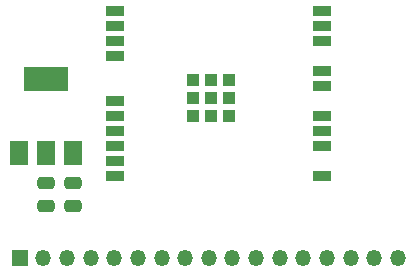
<source format=gbr>
%TF.GenerationSoftware,KiCad,Pcbnew,(6.0.8)*%
%TF.CreationDate,2023-06-07T12:36:53+01:00*%
%TF.ProjectId,BlueRetro_Universal_HW1_3v3,426c7565-5265-4747-926f-5f556e697665,rev?*%
%TF.SameCoordinates,Original*%
%TF.FileFunction,Paste,Top*%
%TF.FilePolarity,Positive*%
%FSLAX46Y46*%
G04 Gerber Fmt 4.6, Leading zero omitted, Abs format (unit mm)*
G04 Created by KiCad (PCBNEW (6.0.8)) date 2023-06-07 12:36:53*
%MOMM*%
%LPD*%
G01*
G04 APERTURE LIST*
G04 Aperture macros list*
%AMRoundRect*
0 Rectangle with rounded corners*
0 $1 Rounding radius*
0 $2 $3 $4 $5 $6 $7 $8 $9 X,Y pos of 4 corners*
0 Add a 4 corners polygon primitive as box body*
4,1,4,$2,$3,$4,$5,$6,$7,$8,$9,$2,$3,0*
0 Add four circle primitives for the rounded corners*
1,1,$1+$1,$2,$3*
1,1,$1+$1,$4,$5*
1,1,$1+$1,$6,$7*
1,1,$1+$1,$8,$9*
0 Add four rect primitives between the rounded corners*
20,1,$1+$1,$2,$3,$4,$5,0*
20,1,$1+$1,$4,$5,$6,$7,0*
20,1,$1+$1,$6,$7,$8,$9,0*
20,1,$1+$1,$8,$9,$2,$3,0*%
G04 Aperture macros list end*
%ADD10R,1.050000X1.050000*%
%ADD11R,1.500000X0.900000*%
%ADD12R,1.500000X2.000000*%
%ADD13R,3.800000X2.000000*%
%ADD14O,1.350000X1.350000*%
%ADD15R,1.350000X1.350000*%
%ADD16RoundRect,0.250000X-0.475000X0.250000X-0.475000X-0.250000X0.475000X-0.250000X0.475000X0.250000X0*%
G04 APERTURE END LIST*
D10*
%TO.C,U2*%
X149016000Y-58294800D03*
X149016000Y-56769800D03*
X150541000Y-56769800D03*
X147491000Y-59819800D03*
X147491000Y-58294800D03*
X150541000Y-58294800D03*
X149016000Y-59819800D03*
X150541000Y-59819800D03*
X147491000Y-56769800D03*
D11*
X158446000Y-50954800D03*
X158446000Y-52224800D03*
X158446000Y-53494800D03*
X158446000Y-56034800D03*
X158446000Y-57304800D03*
X158446000Y-59844800D03*
X158446000Y-61114800D03*
X158446000Y-62384800D03*
X158446000Y-64924800D03*
X140946000Y-64924800D03*
X140946000Y-63654800D03*
X140946000Y-62384800D03*
X140946000Y-61114800D03*
X140946000Y-59844800D03*
X140946000Y-58574800D03*
X140946000Y-54764800D03*
X140946000Y-53494800D03*
X140946000Y-52224800D03*
X140946000Y-50954800D03*
%TD*%
D12*
%TO.C,U1*%
X137377200Y-62994800D03*
X135077200Y-62994800D03*
D13*
X135077200Y-56694800D03*
D12*
X132777200Y-62994800D03*
%TD*%
D14*
%TO.C,J1*%
X164869400Y-71805800D03*
X162869400Y-71805800D03*
X160869400Y-71805800D03*
X158869400Y-71805800D03*
X156869400Y-71805800D03*
X154869400Y-71805800D03*
X152869400Y-71805800D03*
X150869400Y-71805800D03*
X148869400Y-71805800D03*
X146869400Y-71805800D03*
X144869400Y-71805800D03*
X142869400Y-71805800D03*
X140869400Y-71805800D03*
X138869400Y-71805800D03*
X136869400Y-71805800D03*
X134869400Y-71805800D03*
D15*
X132869400Y-71805800D03*
%TD*%
D16*
%TO.C,C2*%
X135077200Y-67414800D03*
X135077200Y-65514800D03*
%TD*%
%TO.C,C1*%
X137377200Y-67414800D03*
X137377200Y-65514800D03*
%TD*%
M02*

</source>
